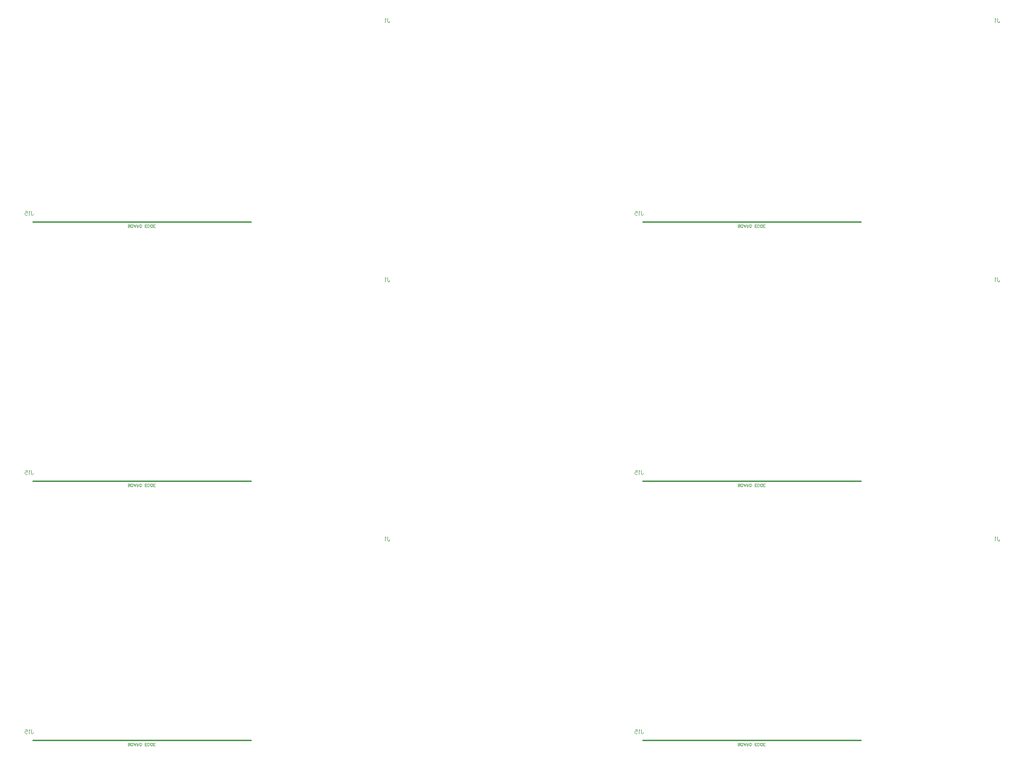
<source format=gbr>
G04 DipTrace 2.4.0.2*
%INBottomAssy.gbr*%
%MOIN*%
%ADD10C,0.0098*%
%ADD12C,0.003*%
%ADD89C,0.0046*%
%FSLAX44Y44*%
G04*
G70*
G90*
G75*
G01*
%LNBotAssy*%
%LPD*%
X12220Y402D2*
D10*
X27780D1*
X37511Y14939D2*
D89*
Y14710D1*
X37525Y14667D1*
X37539Y14652D1*
X37568Y14638D1*
X37597D1*
X37625Y14652D1*
X37640Y14667D1*
X37654Y14710D1*
Y14738D1*
X37418Y14882D2*
X37389Y14896D1*
X37346Y14939D1*
Y14638D1*
X12095Y1182D2*
Y952D1*
X12109Y909D1*
X12124Y895D1*
X12152Y881D1*
X12181D1*
X12210Y895D1*
X12224Y909D1*
X12238Y952D1*
Y981D1*
X12002Y1124D2*
X11973Y1139D1*
X11930Y1182D1*
Y881D1*
X11665Y1182D2*
X11809D1*
X11823Y1053D1*
X11809Y1067D1*
X11766Y1081D1*
X11723D1*
X11680Y1067D1*
X11651Y1038D1*
X11637Y995D1*
Y967D1*
X11651Y924D1*
X11680Y895D1*
X11723Y881D1*
X11766D1*
X11809Y895D1*
X11823Y909D1*
X11838Y938D1*
X19005Y19D2*
D12*
Y220D1*
X19091D1*
X19120Y210D1*
X19129Y200D1*
X19139Y181D1*
Y153D1*
X19129Y133D1*
X19120Y124D1*
X19091Y114D1*
X19120Y105D1*
X19129Y95D1*
X19139Y76D1*
Y57D1*
X19129Y38D1*
X19120Y28D1*
X19091Y19D1*
X19005D1*
Y114D2*
X19091D1*
X19258Y19D2*
X19239Y28D1*
X19220Y47D1*
X19210Y66D1*
X19201Y95D1*
Y143D1*
X19210Y172D1*
X19220Y191D1*
X19239Y210D1*
X19258Y220D1*
X19296D1*
X19315Y210D1*
X19335Y191D1*
X19344Y172D1*
X19354Y143D1*
Y95D1*
X19344Y66D1*
X19335Y47D1*
X19315Y28D1*
X19296Y19D1*
X19258D1*
X19569Y220D2*
X19492Y19D1*
X19415Y220D1*
X19444Y153D2*
X19540D1*
X19630Y114D2*
X19716D1*
X19745Y105D1*
X19755Y95D1*
X19764Y76D1*
Y57D1*
X19755Y38D1*
X19745Y28D1*
X19716Y19D1*
X19630D1*
Y220D1*
X19697Y114D2*
X19764Y220D1*
X19826Y19D2*
Y220D1*
X19893D1*
X19922Y210D1*
X19941Y191D1*
X19951Y172D1*
X19960Y143D1*
Y95D1*
X19951Y66D1*
X19941Y47D1*
X19922Y28D1*
X19893Y19D1*
X19826D1*
X20340D2*
X20216D1*
Y220D1*
X20340D1*
X20216Y114D2*
X20293D1*
X20402Y19D2*
Y220D1*
X20469D1*
X20498Y210D1*
X20517Y191D1*
X20527Y172D1*
X20536Y143D1*
Y95D1*
X20527Y66D1*
X20517Y47D1*
X20498Y28D1*
X20469Y19D1*
X20402D1*
X20741Y66D2*
X20732Y47D1*
X20713Y28D1*
X20694Y19D1*
X20655D1*
X20636Y28D1*
X20617Y47D1*
X20607Y66D1*
X20598Y95D1*
Y143D1*
X20607Y172D1*
X20617Y191D1*
X20636Y210D1*
X20655Y220D1*
X20694D1*
X20713Y210D1*
X20732Y191D1*
X20741Y172D1*
Y143D1*
X20694D1*
X20927Y19D2*
X20803D1*
Y220D1*
X20927D1*
X20803Y114D2*
X20880D1*
X55720Y402D2*
D10*
X71280D1*
X81011Y14939D2*
D89*
Y14710D1*
X81025Y14667D1*
X81039Y14652D1*
X81068Y14638D1*
X81097D1*
X81125Y14652D1*
X81140Y14667D1*
X81154Y14710D1*
Y14738D1*
X80918Y14882D2*
X80889Y14896D1*
X80846Y14939D1*
Y14638D1*
X55595Y1182D2*
Y952D1*
X55609Y909D1*
X55624Y895D1*
X55652Y881D1*
X55681D1*
X55710Y895D1*
X55724Y909D1*
X55738Y952D1*
Y981D1*
X55502Y1124D2*
X55473Y1139D1*
X55430Y1182D1*
Y881D1*
X55165Y1182D2*
X55309D1*
X55323Y1053D1*
X55309Y1067D1*
X55266Y1081D1*
X55223D1*
X55180Y1067D1*
X55151Y1038D1*
X55137Y995D1*
Y967D1*
X55151Y924D1*
X55180Y895D1*
X55223Y881D1*
X55266D1*
X55309Y895D1*
X55323Y909D1*
X55338Y938D1*
X62505Y19D2*
D12*
Y220D1*
X62591D1*
X62620Y210D1*
X62629Y200D1*
X62639Y181D1*
Y153D1*
X62629Y133D1*
X62620Y124D1*
X62591Y114D1*
X62620Y105D1*
X62629Y95D1*
X62639Y76D1*
Y57D1*
X62629Y38D1*
X62620Y28D1*
X62591Y19D1*
X62505D1*
Y114D2*
X62591D1*
X62758Y19D2*
X62739Y28D1*
X62720Y47D1*
X62710Y66D1*
X62701Y95D1*
Y143D1*
X62710Y172D1*
X62720Y191D1*
X62739Y210D1*
X62758Y220D1*
X62796D1*
X62815Y210D1*
X62835Y191D1*
X62844Y172D1*
X62854Y143D1*
Y95D1*
X62844Y66D1*
X62835Y47D1*
X62815Y28D1*
X62796Y19D1*
X62758D1*
X63069Y220D2*
X62992Y19D1*
X62915Y220D1*
X62944Y153D2*
X63040D1*
X63130Y114D2*
X63216D1*
X63245Y105D1*
X63255Y95D1*
X63264Y76D1*
Y57D1*
X63255Y38D1*
X63245Y28D1*
X63216Y19D1*
X63130D1*
Y220D1*
X63197Y114D2*
X63264Y220D1*
X63326Y19D2*
Y220D1*
X63393D1*
X63422Y210D1*
X63441Y191D1*
X63451Y172D1*
X63460Y143D1*
Y95D1*
X63451Y66D1*
X63441Y47D1*
X63422Y28D1*
X63393Y19D1*
X63326D1*
X63840D2*
X63716D1*
Y220D1*
X63840D1*
X63716Y114D2*
X63793D1*
X63902Y19D2*
Y220D1*
X63969D1*
X63998Y210D1*
X64017Y191D1*
X64027Y172D1*
X64036Y143D1*
Y95D1*
X64027Y66D1*
X64017Y47D1*
X63998Y28D1*
X63969Y19D1*
X63902D1*
X64241Y66D2*
X64232Y47D1*
X64213Y28D1*
X64194Y19D1*
X64155D1*
X64136Y28D1*
X64117Y47D1*
X64107Y66D1*
X64098Y95D1*
Y143D1*
X64107Y172D1*
X64117Y191D1*
X64136Y210D1*
X64155Y220D1*
X64194D1*
X64213Y210D1*
X64232Y191D1*
X64241Y172D1*
Y143D1*
X64194D1*
X64427Y19D2*
X64303D1*
Y220D1*
X64427D1*
X64303Y114D2*
X64380D1*
X12220Y18902D2*
D10*
X27780D1*
X37511Y33439D2*
D89*
Y33210D1*
X37525Y33167D1*
X37539Y33152D1*
X37568Y33138D1*
X37597D1*
X37625Y33152D1*
X37640Y33167D1*
X37654Y33210D1*
Y33238D1*
X37418Y33382D2*
X37389Y33396D1*
X37346Y33439D1*
Y33138D1*
X12095Y19682D2*
Y19452D1*
X12109Y19409D1*
X12124Y19395D1*
X12152Y19381D1*
X12181D1*
X12210Y19395D1*
X12224Y19409D1*
X12238Y19452D1*
Y19481D1*
X12002Y19624D2*
X11973Y19639D1*
X11930Y19682D1*
Y19381D1*
X11665Y19682D2*
X11809D1*
X11823Y19553D1*
X11809Y19567D1*
X11766Y19581D1*
X11723D1*
X11680Y19567D1*
X11651Y19538D1*
X11637Y19495D1*
Y19467D1*
X11651Y19424D1*
X11680Y19395D1*
X11723Y19381D1*
X11766D1*
X11809Y19395D1*
X11823Y19409D1*
X11838Y19438D1*
X19005Y18519D2*
D12*
Y18720D1*
X19091D1*
X19120Y18710D1*
X19129Y18700D1*
X19139Y18681D1*
Y18653D1*
X19129Y18633D1*
X19120Y18624D1*
X19091Y18614D1*
X19120Y18605D1*
X19129Y18595D1*
X19139Y18576D1*
Y18557D1*
X19129Y18538D1*
X19120Y18528D1*
X19091Y18519D1*
X19005D1*
Y18614D2*
X19091D1*
X19258Y18519D2*
X19239Y18528D1*
X19220Y18547D1*
X19210Y18566D1*
X19201Y18595D1*
Y18643D1*
X19210Y18672D1*
X19220Y18691D1*
X19239Y18710D1*
X19258Y18720D1*
X19296D1*
X19315Y18710D1*
X19335Y18691D1*
X19344Y18672D1*
X19354Y18643D1*
Y18595D1*
X19344Y18566D1*
X19335Y18547D1*
X19315Y18528D1*
X19296Y18519D1*
X19258D1*
X19569Y18720D2*
X19492Y18519D1*
X19415Y18720D1*
X19444Y18653D2*
X19540D1*
X19630Y18614D2*
X19716D1*
X19745Y18605D1*
X19755Y18595D1*
X19764Y18576D1*
Y18557D1*
X19755Y18538D1*
X19745Y18528D1*
X19716Y18519D1*
X19630D1*
Y18720D1*
X19697Y18614D2*
X19764Y18720D1*
X19826Y18519D2*
Y18720D1*
X19893D1*
X19922Y18710D1*
X19941Y18691D1*
X19951Y18672D1*
X19960Y18643D1*
Y18595D1*
X19951Y18566D1*
X19941Y18547D1*
X19922Y18528D1*
X19893Y18519D1*
X19826D1*
X20340D2*
X20216D1*
Y18720D1*
X20340D1*
X20216Y18614D2*
X20293D1*
X20402Y18519D2*
Y18720D1*
X20469D1*
X20498Y18710D1*
X20517Y18691D1*
X20527Y18672D1*
X20536Y18643D1*
Y18595D1*
X20527Y18566D1*
X20517Y18547D1*
X20498Y18528D1*
X20469Y18519D1*
X20402D1*
X20741Y18566D2*
X20732Y18547D1*
X20713Y18528D1*
X20694Y18519D1*
X20655D1*
X20636Y18528D1*
X20617Y18547D1*
X20607Y18566D1*
X20598Y18595D1*
Y18643D1*
X20607Y18672D1*
X20617Y18691D1*
X20636Y18710D1*
X20655Y18720D1*
X20694D1*
X20713Y18710D1*
X20732Y18691D1*
X20741Y18672D1*
Y18643D1*
X20694D1*
X20927Y18519D2*
X20803D1*
Y18720D1*
X20927D1*
X20803Y18614D2*
X20880D1*
X55720Y18902D2*
D10*
X71280D1*
X81011Y33439D2*
D89*
Y33210D1*
X81025Y33167D1*
X81039Y33152D1*
X81068Y33138D1*
X81097D1*
X81125Y33152D1*
X81140Y33167D1*
X81154Y33210D1*
Y33238D1*
X80918Y33382D2*
X80889Y33396D1*
X80846Y33439D1*
Y33138D1*
X55595Y19682D2*
Y19452D1*
X55609Y19409D1*
X55624Y19395D1*
X55652Y19381D1*
X55681D1*
X55710Y19395D1*
X55724Y19409D1*
X55738Y19452D1*
Y19481D1*
X55502Y19624D2*
X55473Y19639D1*
X55430Y19682D1*
Y19381D1*
X55165Y19682D2*
X55309D1*
X55323Y19553D1*
X55309Y19567D1*
X55266Y19581D1*
X55223D1*
X55180Y19567D1*
X55151Y19538D1*
X55137Y19495D1*
Y19467D1*
X55151Y19424D1*
X55180Y19395D1*
X55223Y19381D1*
X55266D1*
X55309Y19395D1*
X55323Y19409D1*
X55338Y19438D1*
X62505Y18519D2*
D12*
Y18720D1*
X62591D1*
X62620Y18710D1*
X62629Y18700D1*
X62639Y18681D1*
Y18653D1*
X62629Y18633D1*
X62620Y18624D1*
X62591Y18614D1*
X62620Y18605D1*
X62629Y18595D1*
X62639Y18576D1*
Y18557D1*
X62629Y18538D1*
X62620Y18528D1*
X62591Y18519D1*
X62505D1*
Y18614D2*
X62591D1*
X62758Y18519D2*
X62739Y18528D1*
X62720Y18547D1*
X62710Y18566D1*
X62701Y18595D1*
Y18643D1*
X62710Y18672D1*
X62720Y18691D1*
X62739Y18710D1*
X62758Y18720D1*
X62796D1*
X62815Y18710D1*
X62835Y18691D1*
X62844Y18672D1*
X62854Y18643D1*
Y18595D1*
X62844Y18566D1*
X62835Y18547D1*
X62815Y18528D1*
X62796Y18519D1*
X62758D1*
X63069Y18720D2*
X62992Y18519D1*
X62915Y18720D1*
X62944Y18653D2*
X63040D1*
X63130Y18614D2*
X63216D1*
X63245Y18605D1*
X63255Y18595D1*
X63264Y18576D1*
Y18557D1*
X63255Y18538D1*
X63245Y18528D1*
X63216Y18519D1*
X63130D1*
Y18720D1*
X63197Y18614D2*
X63264Y18720D1*
X63326Y18519D2*
Y18720D1*
X63393D1*
X63422Y18710D1*
X63441Y18691D1*
X63451Y18672D1*
X63460Y18643D1*
Y18595D1*
X63451Y18566D1*
X63441Y18547D1*
X63422Y18528D1*
X63393Y18519D1*
X63326D1*
X63840D2*
X63716D1*
Y18720D1*
X63840D1*
X63716Y18614D2*
X63793D1*
X63902Y18519D2*
Y18720D1*
X63969D1*
X63998Y18710D1*
X64017Y18691D1*
X64027Y18672D1*
X64036Y18643D1*
Y18595D1*
X64027Y18566D1*
X64017Y18547D1*
X63998Y18528D1*
X63969Y18519D1*
X63902D1*
X64241Y18566D2*
X64232Y18547D1*
X64213Y18528D1*
X64194Y18519D1*
X64155D1*
X64136Y18528D1*
X64117Y18547D1*
X64107Y18566D1*
X64098Y18595D1*
Y18643D1*
X64107Y18672D1*
X64117Y18691D1*
X64136Y18710D1*
X64155Y18720D1*
X64194D1*
X64213Y18710D1*
X64232Y18691D1*
X64241Y18672D1*
Y18643D1*
X64194D1*
X64427Y18519D2*
X64303D1*
Y18720D1*
X64427D1*
X64303Y18614D2*
X64380D1*
X12220Y37402D2*
D10*
X27780D1*
X37511Y51939D2*
D89*
Y51710D1*
X37525Y51667D1*
X37539Y51652D1*
X37568Y51638D1*
X37597D1*
X37625Y51652D1*
X37640Y51667D1*
X37654Y51710D1*
Y51738D1*
X37418Y51882D2*
X37389Y51896D1*
X37346Y51939D1*
Y51638D1*
X12095Y38182D2*
Y37952D1*
X12109Y37909D1*
X12124Y37895D1*
X12152Y37881D1*
X12181D1*
X12210Y37895D1*
X12224Y37909D1*
X12238Y37952D1*
Y37981D1*
X12002Y38124D2*
X11973Y38139D1*
X11930Y38182D1*
Y37881D1*
X11665Y38182D2*
X11809D1*
X11823Y38053D1*
X11809Y38067D1*
X11766Y38081D1*
X11723D1*
X11680Y38067D1*
X11651Y38038D1*
X11637Y37995D1*
Y37967D1*
X11651Y37924D1*
X11680Y37895D1*
X11723Y37881D1*
X11766D1*
X11809Y37895D1*
X11823Y37909D1*
X11838Y37938D1*
X19005Y37019D2*
D12*
Y37220D1*
X19091D1*
X19120Y37210D1*
X19129Y37200D1*
X19139Y37181D1*
Y37153D1*
X19129Y37133D1*
X19120Y37124D1*
X19091Y37114D1*
X19120Y37105D1*
X19129Y37095D1*
X19139Y37076D1*
Y37057D1*
X19129Y37038D1*
X19120Y37028D1*
X19091Y37019D1*
X19005D1*
Y37114D2*
X19091D1*
X19258Y37019D2*
X19239Y37028D1*
X19220Y37047D1*
X19210Y37066D1*
X19201Y37095D1*
Y37143D1*
X19210Y37172D1*
X19220Y37191D1*
X19239Y37210D1*
X19258Y37220D1*
X19296D1*
X19315Y37210D1*
X19335Y37191D1*
X19344Y37172D1*
X19354Y37143D1*
Y37095D1*
X19344Y37066D1*
X19335Y37047D1*
X19315Y37028D1*
X19296Y37019D1*
X19258D1*
X19569Y37220D2*
X19492Y37019D1*
X19415Y37220D1*
X19444Y37153D2*
X19540D1*
X19630Y37114D2*
X19716D1*
X19745Y37105D1*
X19755Y37095D1*
X19764Y37076D1*
Y37057D1*
X19755Y37038D1*
X19745Y37028D1*
X19716Y37019D1*
X19630D1*
Y37220D1*
X19697Y37114D2*
X19764Y37220D1*
X19826Y37019D2*
Y37220D1*
X19893D1*
X19922Y37210D1*
X19941Y37191D1*
X19951Y37172D1*
X19960Y37143D1*
Y37095D1*
X19951Y37066D1*
X19941Y37047D1*
X19922Y37028D1*
X19893Y37019D1*
X19826D1*
X20340D2*
X20216D1*
Y37220D1*
X20340D1*
X20216Y37114D2*
X20293D1*
X20402Y37019D2*
Y37220D1*
X20469D1*
X20498Y37210D1*
X20517Y37191D1*
X20527Y37172D1*
X20536Y37143D1*
Y37095D1*
X20527Y37066D1*
X20517Y37047D1*
X20498Y37028D1*
X20469Y37019D1*
X20402D1*
X20741Y37066D2*
X20732Y37047D1*
X20713Y37028D1*
X20694Y37019D1*
X20655D1*
X20636Y37028D1*
X20617Y37047D1*
X20607Y37066D1*
X20598Y37095D1*
Y37143D1*
X20607Y37172D1*
X20617Y37191D1*
X20636Y37210D1*
X20655Y37220D1*
X20694D1*
X20713Y37210D1*
X20732Y37191D1*
X20741Y37172D1*
Y37143D1*
X20694D1*
X20927Y37019D2*
X20803D1*
Y37220D1*
X20927D1*
X20803Y37114D2*
X20880D1*
X55720Y37402D2*
D10*
X71280D1*
X81011Y51939D2*
D89*
Y51710D1*
X81025Y51667D1*
X81039Y51652D1*
X81068Y51638D1*
X81097D1*
X81125Y51652D1*
X81140Y51667D1*
X81154Y51710D1*
Y51738D1*
X80918Y51882D2*
X80889Y51896D1*
X80846Y51939D1*
Y51638D1*
X55595Y38182D2*
Y37952D1*
X55609Y37909D1*
X55624Y37895D1*
X55652Y37881D1*
X55681D1*
X55710Y37895D1*
X55724Y37909D1*
X55738Y37952D1*
Y37981D1*
X55502Y38124D2*
X55473Y38139D1*
X55430Y38182D1*
Y37881D1*
X55165Y38182D2*
X55309D1*
X55323Y38053D1*
X55309Y38067D1*
X55266Y38081D1*
X55223D1*
X55180Y38067D1*
X55151Y38038D1*
X55137Y37995D1*
Y37967D1*
X55151Y37924D1*
X55180Y37895D1*
X55223Y37881D1*
X55266D1*
X55309Y37895D1*
X55323Y37909D1*
X55338Y37938D1*
X62505Y37019D2*
D12*
Y37220D1*
X62591D1*
X62620Y37210D1*
X62629Y37200D1*
X62639Y37181D1*
Y37153D1*
X62629Y37133D1*
X62620Y37124D1*
X62591Y37114D1*
X62620Y37105D1*
X62629Y37095D1*
X62639Y37076D1*
Y37057D1*
X62629Y37038D1*
X62620Y37028D1*
X62591Y37019D1*
X62505D1*
Y37114D2*
X62591D1*
X62758Y37019D2*
X62739Y37028D1*
X62720Y37047D1*
X62710Y37066D1*
X62701Y37095D1*
Y37143D1*
X62710Y37172D1*
X62720Y37191D1*
X62739Y37210D1*
X62758Y37220D1*
X62796D1*
X62815Y37210D1*
X62835Y37191D1*
X62844Y37172D1*
X62854Y37143D1*
Y37095D1*
X62844Y37066D1*
X62835Y37047D1*
X62815Y37028D1*
X62796Y37019D1*
X62758D1*
X63069Y37220D2*
X62992Y37019D1*
X62915Y37220D1*
X62944Y37153D2*
X63040D1*
X63130Y37114D2*
X63216D1*
X63245Y37105D1*
X63255Y37095D1*
X63264Y37076D1*
Y37057D1*
X63255Y37038D1*
X63245Y37028D1*
X63216Y37019D1*
X63130D1*
Y37220D1*
X63197Y37114D2*
X63264Y37220D1*
X63326Y37019D2*
Y37220D1*
X63393D1*
X63422Y37210D1*
X63441Y37191D1*
X63451Y37172D1*
X63460Y37143D1*
Y37095D1*
X63451Y37066D1*
X63441Y37047D1*
X63422Y37028D1*
X63393Y37019D1*
X63326D1*
X63840D2*
X63716D1*
Y37220D1*
X63840D1*
X63716Y37114D2*
X63793D1*
X63902Y37019D2*
Y37220D1*
X63969D1*
X63998Y37210D1*
X64017Y37191D1*
X64027Y37172D1*
X64036Y37143D1*
Y37095D1*
X64027Y37066D1*
X64017Y37047D1*
X63998Y37028D1*
X63969Y37019D1*
X63902D1*
X64241Y37066D2*
X64232Y37047D1*
X64213Y37028D1*
X64194Y37019D1*
X64155D1*
X64136Y37028D1*
X64117Y37047D1*
X64107Y37066D1*
X64098Y37095D1*
Y37143D1*
X64107Y37172D1*
X64117Y37191D1*
X64136Y37210D1*
X64155Y37220D1*
X64194D1*
X64213Y37210D1*
X64232Y37191D1*
X64241Y37172D1*
Y37143D1*
X64194D1*
X64427Y37019D2*
X64303D1*
Y37220D1*
X64427D1*
X64303Y37114D2*
X64380D1*
M02*

</source>
